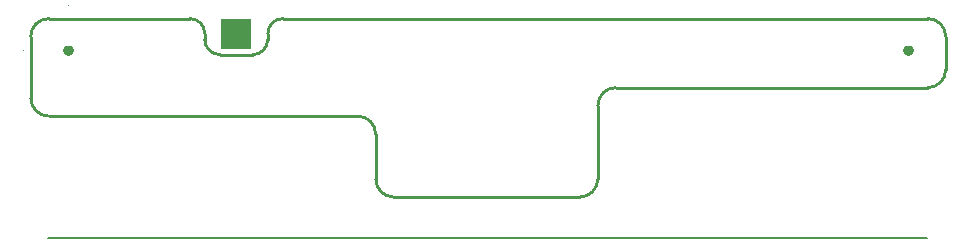
<source format=gbr>
G04 start of page 5 for group 4 idx 4 *
G04 Title: (unknown), outline *
G04 Creator: pcb 20110918 *
G04 CreationDate: Mon Sep 22 22:22:36 2014 UTC *
G04 For: fosse *
G04 Format: Gerber/RS-274X *
G04 PCB-Dimensions: 320000 125000 *
G04 PCB-Coordinate-Origin: lower left *
%MOIN*%
%FSLAX25Y25*%
%LNOUTLINE*%
%ADD37C,0.0101*%
%ADD36C,0.0000*%
%ADD35C,0.0080*%
%ADD34C,0.0070*%
%ADD33C,0.0100*%
%ADD32C,0.0001*%
G54D32*G36*
X67947Y107409D02*X77953D01*
Y97411D01*
X67947D01*
Y107409D01*
G37*
G54D33*X297721Y95980D02*X296864Y95666D01*
G54D34*X125890Y34421D02*X303087D01*
G54D33*X193500Y54000D02*Y78500D01*
X199500Y84500D02*X303500D01*
G54D35*X10284Y34372D02*X303084D01*
G54D33*X67500Y95500D02*X78500D01*
X113500Y75000D02*X10455D01*
X119500Y69000D02*Y54000D01*
X125500Y48000D02*X187500D01*
G54D36*X1941Y96912D02*X1940Y96911D01*
G54D33*X4500Y101500D02*Y81000D01*
G54D36*X16950Y111901D02*X16940Y111911D01*
G54D33*X88500Y107500D02*X303500D01*
X10500D02*X57500D01*
X16026Y95987D02*X16884Y95673D01*
X16867Y95666D02*X16010Y95980D01*
X16884Y95673D02*X17741Y95987D01*
X17724Y95980D02*X16867Y95666D01*
X18137Y96921D02*X17741Y97859D01*
X16884Y98174D01*
X16867Y98168D02*X17724Y97853D01*
X18121Y96919D01*
X62500Y102500D02*Y100500D01*
X83500Y102500D02*Y100500D01*
X18121Y96919D02*X17724Y95980D01*
X16884Y98174D02*X16026Y97859D01*
X15636Y96921D01*
X16026Y95987D01*
X16010Y95980D02*X15620Y96919D01*
X16010Y97853D01*
X16867Y98168D01*
X17741Y95987D02*X18137Y96921D01*
G54D37*X16884Y98174D02*Y95673D01*
X15636Y96921D02*X18137D01*
G54D33*X298139D02*X297743Y97859D01*
X296885Y98174D01*
X296864Y98168D02*X297721Y97853D01*
X298117Y96919D01*
X297743Y95987D02*X298139Y96921D01*
X298117Y96919D02*X297721Y95980D01*
X309500Y90500D02*Y101500D01*
X296028Y97859D02*X295638Y96921D01*
X296028Y95987D01*
X296007Y95980D02*X295616Y96919D01*
X296007Y97853D01*
X296864Y95666D02*X296007Y95980D01*
X296028Y95987D02*X296885Y95673D01*
X297743Y95987D01*
G54D37*X296885Y98174D02*Y95673D01*
G54D33*Y98174D02*X296028Y97859D01*
X296007Y97853D02*X296864Y98168D01*
G54D37*X298139Y96921D02*X295638D01*
G54D33*X303500Y107500D02*G75*G02X309500Y101500I0J-6000D01*G01*
X303500Y84500D02*G75*G03X309500Y90500I0J6000D01*G01*
X62500Y100500D02*G75*G03X67500Y95500I5000J0D01*G01*
X78500D02*G75*G03X83500Y100500I0J5000D01*G01*
X62500Y102500D02*G75*G03X57500Y107500I-5000J0D01*G01*
X88500D02*G75*G03X83500Y102500I0J-5000D01*G01*
X10455Y75000D02*G75*G02X4500Y80955I0J5955D01*G01*
Y101545D02*G75*G02X10455Y107500I5955J0D01*G01*
X193500Y54000D02*G75*G02X187545Y48045I-5955J0D01*G01*
X193500Y78500D02*G75*G02X199455Y84455I5955J0D01*G01*
X113500Y75000D02*G75*G02X119455Y69045I0J-5955D01*G01*
X125500Y48000D02*G75*G02X119545Y53955I0J5955D01*G01*
M02*

</source>
